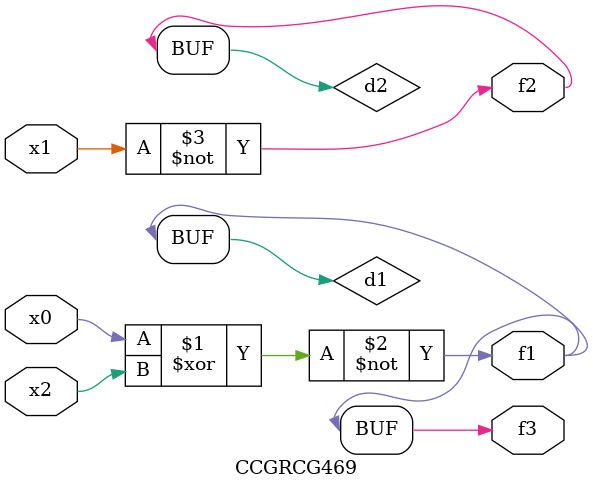
<source format=v>
module CCGRCG469(
	input x0, x1, x2,
	output f1, f2, f3
);

	wire d1, d2, d3;

	xnor (d1, x0, x2);
	nand (d2, x1);
	nor (d3, x1, x2);
	assign f1 = d1;
	assign f2 = d2;
	assign f3 = d1;
endmodule

</source>
